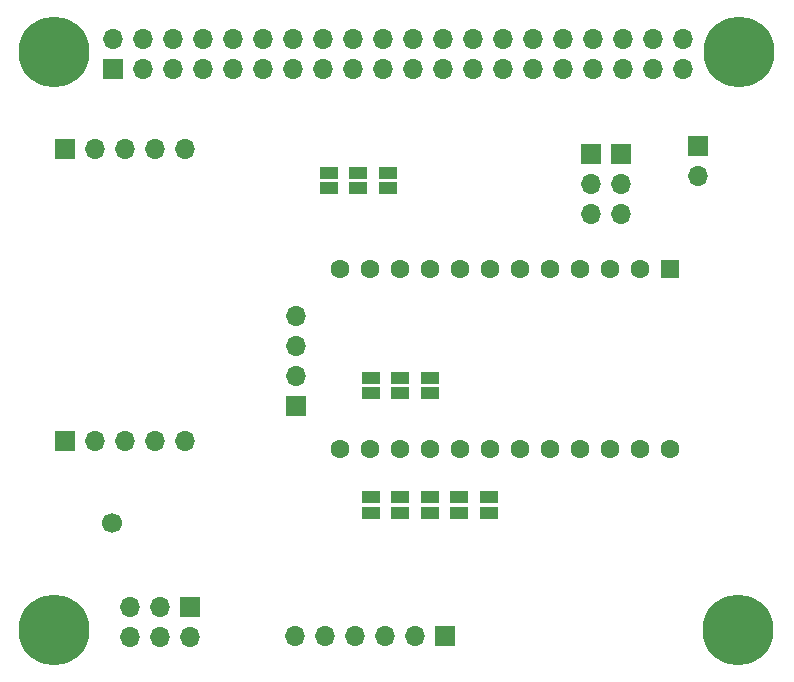
<source format=gbr>
%TF.GenerationSoftware,KiCad,Pcbnew,(5.1.10)-1*%
%TF.CreationDate,2021-12-09T17:34:34+08:00*%
%TF.ProjectId,hat,6861742e-6b69-4636-9164-5f7063625858,rev?*%
%TF.SameCoordinates,Original*%
%TF.FileFunction,Soldermask,Bot*%
%TF.FilePolarity,Negative*%
%FSLAX46Y46*%
G04 Gerber Fmt 4.6, Leading zero omitted, Abs format (unit mm)*
G04 Created by KiCad (PCBNEW (5.1.10)-1) date 2021-12-09 17:34:34*
%MOMM*%
%LPD*%
G01*
G04 APERTURE LIST*
%ADD10O,1.700000X1.700000*%
%ADD11R,1.700000X1.700000*%
%ADD12R,1.500000X1.000000*%
%ADD13C,1.700000*%
%ADD14C,6.000000*%
%ADD15R,1.600000X1.600000*%
%ADD16C,1.600000*%
G04 APERTURE END LIST*
D10*
%TO.C,J2*%
X96920000Y-108540000D03*
X96920000Y-106000000D03*
X99460000Y-108540000D03*
X99460000Y-106000000D03*
X102000000Y-108540000D03*
D11*
X102000000Y-106000000D03*
%TD*%
D10*
%TO.C,SPI_PORT1*%
X110840000Y-108500000D03*
X113380000Y-108500000D03*
X115920000Y-108500000D03*
X118460000Y-108500000D03*
X121000000Y-108500000D03*
D11*
X123540000Y-108500000D03*
%TD*%
D10*
%TO.C,SDA_PU1*%
X138500000Y-72730000D03*
X138500000Y-70190000D03*
D11*
X138500000Y-67650000D03*
%TD*%
D10*
%TO.C,SCL_PU1*%
X135960000Y-72730000D03*
X135960000Y-70190000D03*
D11*
X135960000Y-67650000D03*
%TD*%
D12*
%TO.C,JP13*%
X127320000Y-96740000D03*
X127320000Y-98040000D03*
%TD*%
%TO.C,JP12*%
X117300000Y-96750000D03*
X117300000Y-98050000D03*
%TD*%
%TO.C,JP11*%
X119800000Y-96750000D03*
X119800000Y-98050000D03*
%TD*%
%TO.C,JP10*%
X122300000Y-96750000D03*
X122300000Y-98050000D03*
%TD*%
%TO.C,JP9*%
X124800000Y-96740000D03*
X124800000Y-98040000D03*
%TD*%
%TO.C,JP8*%
X118740000Y-69250000D03*
X118740000Y-70550000D03*
%TD*%
%TO.C,JP7*%
X116240000Y-69250000D03*
X116240000Y-70550000D03*
%TD*%
%TO.C,JP6*%
X113730000Y-69250000D03*
X113730000Y-70550000D03*
%TD*%
%TO.C,JP5*%
X122300000Y-86640000D03*
X122300000Y-87940000D03*
%TD*%
%TO.C,JP4*%
X119790000Y-86640000D03*
X119790000Y-87940000D03*
%TD*%
%TO.C,JP3*%
X117290000Y-86640000D03*
X117290000Y-87940000D03*
%TD*%
D10*
%TO.C,J5*%
X101590000Y-67250000D03*
X99050000Y-67250000D03*
X96510000Y-67250000D03*
X93970000Y-67250000D03*
D11*
X91430000Y-67250000D03*
%TD*%
D10*
%TO.C,J4*%
X101535000Y-92000000D03*
X98995000Y-92000000D03*
X96455000Y-92000000D03*
X93915000Y-92000000D03*
D11*
X91375000Y-92000000D03*
%TD*%
D13*
%TO.C,J1*%
X95400000Y-98875000D03*
%TD*%
D10*
%TO.C,I2C_PORT1*%
X111000000Y-81380000D03*
X111000000Y-83920000D03*
X111000000Y-86460000D03*
D11*
X111000000Y-89000000D03*
%TD*%
D10*
%TO.C,FAN1*%
X145000000Y-69540000D03*
D11*
X145000000Y-67000000D03*
%TD*%
D10*
%TO.C,J3*%
X143760000Y-57960000D03*
X143760000Y-60500000D03*
X141220000Y-57960000D03*
X141220000Y-60500000D03*
X138680000Y-57960000D03*
X138680000Y-60500000D03*
X136140000Y-57960000D03*
X136140000Y-60500000D03*
X133600000Y-57960000D03*
X133600000Y-60500000D03*
X131060000Y-57960000D03*
X131060000Y-60500000D03*
X128520000Y-57960000D03*
X128520000Y-60500000D03*
X125980000Y-57960000D03*
X125980000Y-60500000D03*
X123440000Y-57960000D03*
X123440000Y-60500000D03*
X120900000Y-57960000D03*
X120900000Y-60500000D03*
X118360000Y-57960000D03*
X118360000Y-60500000D03*
X115820000Y-57960000D03*
X115820000Y-60500000D03*
X113280000Y-57960000D03*
X113280000Y-60500000D03*
X110740000Y-57960000D03*
X110740000Y-60500000D03*
X108200000Y-57960000D03*
X108200000Y-60500000D03*
X105660000Y-57960000D03*
X105660000Y-60500000D03*
X103120000Y-57960000D03*
X103120000Y-60500000D03*
X100580000Y-57960000D03*
X100580000Y-60500000D03*
X98040000Y-57960000D03*
X98040000Y-60500000D03*
X95500000Y-57960000D03*
D11*
X95500000Y-60500000D03*
%TD*%
D14*
%TO.C,H1*%
X90500000Y-108000000D03*
%TD*%
%TO.C,H2*%
X148400000Y-108000000D03*
%TD*%
%TO.C,H3*%
X90500000Y-59000000D03*
%TD*%
%TO.C,H4*%
X148500000Y-59000000D03*
%TD*%
D15*
%TO.C,U1*%
X142645000Y-77380000D03*
D16*
X140105000Y-77380000D03*
X137565000Y-77380000D03*
X135025000Y-77380000D03*
X132485000Y-77380000D03*
X129945000Y-77380000D03*
X127405000Y-77380000D03*
X124865000Y-77380000D03*
X122325000Y-77380000D03*
X119785000Y-77380000D03*
X117245000Y-77380000D03*
X114705000Y-77380000D03*
X114705000Y-92620000D03*
X117245000Y-92620000D03*
X119785000Y-92620000D03*
X122325000Y-92620000D03*
X124865000Y-92620000D03*
X127405000Y-92620000D03*
X129945000Y-92620000D03*
X132485000Y-92620000D03*
X135025000Y-92620000D03*
X137565000Y-92620000D03*
X140105000Y-92620000D03*
X142645000Y-92620000D03*
%TD*%
M02*

</source>
